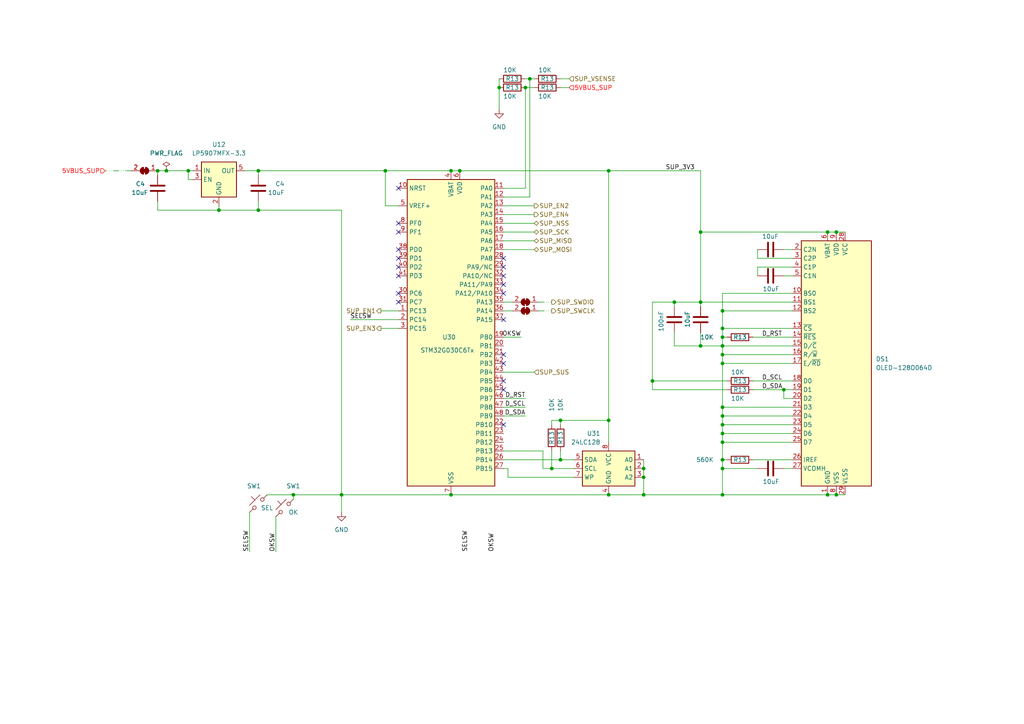
<source format=kicad_sch>
(kicad_sch (version 20230121) (generator eeschema)
  (paper "A4")
  (title_block (title "UniDebug - Unified Embedded Debug & Proto") (date "2023-12-25") (rev "R0V1") (company "Shreyas K (https://github.com/shreyask21)") (comment 1 "https://github.com/shreyask21/UniDebug") (comment 2 "Licence: CC BY-NC-SA 4.0"))
  (lib_symbols
    (symbol "Device:C" (pin_numbers hide) (pin_names (offset 0.254))
      (property "Reference" "C" (at 0.635 2.54 0))
      (property "Value" "C" (at 0.635 -2.54 0))
      (symbol "C_0_1"
        (polyline (pts (xy -2.032 -0.762) (xy 2.032 -0.762)) (stroke (width 0.508)))
        (polyline (pts (xy -2.032 0.762) (xy 2.032 0.762)) (stroke (width 0.508)))
      )
      (symbol "C_1_1"
        (pin passive line (at 0 3.81 270) (length 2.794) (name "~") (number "1"))
        (pin passive line (at 0 -3.81 90) (length 2.794) (name "~") (number "2"))
      )
    )
    (symbol "Device:R" (pin_numbers hide) (pin_names (offset 0))
      (property "Reference" "R" (at 2.032 0 90))
      (property "Value" "R" (at 0 0 90))
      (symbol "R_0_1"
        (rectangle (start -1.016 -2.54) (end 1.016 2.54) (stroke (width 0.254)))
      )
      (symbol "R_1_1"
        (pin passive line (at 0 3.81 270) (length 1.27) (name "~") (number "1"))
        (pin passive line (at 0 -3.81 90) (length 1.27) (name "~") (number "2"))
      )
    )
    (symbol "Display_Graphic:OLED-128O064D"
      (property "Reference" "DS" (at -10.16 38.1 0))
      (property "Value" "OLED-128O064D" (at 12.7 38.1 0))
      (symbol "OLED-128O064D_0_1"
        (rectangle (start -10.16 35.56) (end 10.16 -35.56) (stroke (width 0.254)) (fill (type background)))
      )
      (symbol "OLED-128O064D_1_1"
        (pin power_in line (at -2.54 -38.1 90) (length 2.54) (name "GND") (number "1"))
        (pin input line (at -12.7 20.32 0) (length 2.54) (name "BS0") (number "10"))
        (pin input line (at -12.7 17.78 0) (length 2.54) (name "BS1") (number "11"))
        (pin input line (at -12.7 15.24 0) (length 2.54) (name "BS2") (number "12"))
        (pin input line (at -12.7 10.16 0) (length 2.54) (name "~{CS}") (number "13"))
        (pin input line (at -12.7 7.62 0) (length 2.54) (name "~{RES}") (number "14"))
        (pin input line (at -12.7 5.08 0) (length 2.54) (name "D/~{C}") (number "15"))
        (pin input line (at -12.7 2.54 0) (length 2.54) (name "R/~{W}") (number "16"))
        (pin input line (at -12.7 0 0) (length 2.54) (name "E/~{RD}") (number "17"))
        (pin bidirectional line (at -12.7 -5.08 0) (length 2.54) (name "D0") (number "18"))
        (pin bidirectional line (at -12.7 -7.62 0) (length 2.54) (name "D1") (number "19"))
        (pin passive line (at -12.7 33.02 0) (length 2.54) (name "C2N") (number "2"))
        (pin bidirectional line (at -12.7 -10.16 0) (length 2.54) (name "D2") (number "20"))
        (pin bidirectional line (at -12.7 -12.7 0) (length 2.54) (name "D3") (number "21"))
        (pin bidirectional line (at -12.7 -15.24 0) (length 2.54) (name "D4") (number "22"))
        (pin bidirectional line (at -12.7 -17.78 0) (length 2.54) (name "D5") (number "23"))
        (pin bidirectional line (at -12.7 -20.32 0) (length 2.54) (name "D6") (number "24"))
        (pin bidirectional line (at -12.7 -22.86 0) (length 2.54) (name "D7") (number "25"))
        (pin passive line (at -12.7 -27.94 0) (length 2.54) (name "IREF") (number "26"))
        (pin passive line (at -12.7 -30.48 0) (length 2.54) (name "VCOMH") (number "27"))
        (pin power_in line (at 2.54 38.1 270) (length 2.54) (name "VCC") (number "28"))
        (pin power_in line (at 2.54 -38.1 90) (length 2.54) (name "VLSS") (number "29"))
        (pin passive line (at -12.7 30.48 0) (length 2.54) (name "C2P") (number "3"))
        (pin passive line (at -2.54 -38.1 90) (length 2.54) hide (name "GND") (number "30"))
        (pin passive line (at -12.7 27.94 0) (length 2.54) (name "C1P") (number "4"))
        (pin passive line (at -12.7 25.4 0) (length 2.54) (name "C1N") (number "5"))
        (pin power_in line (at -2.54 38.1 270) (length 2.54) (name "VBAT") (number "6"))
        (pin no_connect line (at 10.16 0 180) (length 2.54) hide (name "NC") (number "7"))
        (pin power_in line (at 0 -38.1 90) (length 2.54) (name "VSS") (number "8"))
        (pin power_in line (at 0 38.1 270) (length 2.54) (name "VDD") (number "9"))
      )
    )
    (symbol "Jumper:SolderJumper_2_Bridged" (pin_names (offset 0) hide)
      (property "Reference" "JP" (at 0 2.032 0))
      (property "Value" "SolderJumper_2_Bridged" (at 0 -2.54 0))
      (symbol "SolderJumper_2_Bridged_0_1"
        (rectangle (start -0.508 0.508) (end 0.508 -0.508) (fill (type outline)))
        (arc (start -0.254 1.016) (mid -1.2656 0) (end -0.254 -1.016))
        (arc (start -0.254 1.016) (mid -1.2656 0) (end -0.254 -1.016) (fill (type outline)))
        (polyline (pts (xy -0.254 1.016) (xy -0.254 -1.016)))
        (polyline (pts (xy 0.254 1.016) (xy 0.254 -1.016)))
        (arc (start 0.254 -1.016) (mid 1.2656 0) (end 0.254 1.016))
        (arc (start 0.254 -1.016) (mid 1.2656 0) (end 0.254 1.016) (fill (type outline)))
      )
      (symbol "SolderJumper_2_Bridged_1_1"
        (pin passive line (at -3.81 0 0) (length 2.54) (name "A") (number "1"))
        (pin passive line (at 3.81 0 180) (length 2.54) (name "B") (number "2"))
      )
    )
    (symbol "MCU_ST_STM32G0:STM32G030C6Tx"
      (property "Reference" "U" (at -12.7 46.99 0))
      (property "Value" "STM32G030C6Tx" (at 5.08 46.99 0))
      (symbol "STM32G030C6Tx_0_1"
        (rectangle (start -12.7 -43.18) (end 12.7 45.72) (stroke (width 0.254)) (fill (type background)))
      )
      (symbol "STM32G030C6Tx_1_1"
        (pin bidirectional line (at -15.24 7.62 0) (length 2.54) (name "PC13") (number "1"))
        (pin input line (at -15.24 43.18 0) (length 2.54) (name "NRST") (number "10"))
        (pin bidirectional line (at 15.24 43.18 180) (length 2.54) (name "PA0") (number "11"))
        (pin bidirectional line (at 15.24 40.64 180) (length 2.54) (name "PA1") (number "12"))
        (pin bidirectional line (at 15.24 38.1 180) (length 2.54) (name "PA2") (number "13"))
        (pin bidirectional line (at 15.24 35.56 180) (length 2.54) (name "PA3") (number "14"))
        (pin bidirectional line (at 15.24 33.02 180) (length 2.54) (name "PA4") (number "15"))
        (pin bidirectional line (at 15.24 30.48 180) (length 2.54) (name "PA5") (number "16"))
        (pin bidirectional line (at 15.24 27.94 180) (length 2.54) (name "PA6") (number "17"))
        (pin bidirectional line (at 15.24 25.4 180) (length 2.54) (name "PA7") (number "18"))
        (pin bidirectional line (at 15.24 0 180) (length 2.54) (name "PB0") (number "19"))
        (pin bidirectional line (at -15.24 5.08 0) (length 2.54) (name "PC14") (number "2"))
        (pin bidirectional line (at 15.24 -2.54 180) (length 2.54) (name "PB1") (number "20"))
        (pin bidirectional line (at 15.24 -5.08 180) (length 2.54) (name "PB2") (number "21"))
        (pin bidirectional line (at 15.24 -25.4 180) (length 2.54) (name "PB10") (number "22"))
        (pin bidirectional line (at 15.24 -27.94 180) (length 2.54) (name "PB11") (number "23"))
        (pin bidirectional line (at 15.24 -30.48 180) (length 2.54) (name "PB12") (number "24"))
        (pin bidirectional line (at 15.24 -33.02 180) (length 2.54) (name "PB13") (number "25"))
        (pin bidirectional line (at 15.24 -35.56 180) (length 2.54) (name "PB14") (number "26"))
        (pin bidirectional line (at 15.24 -38.1 180) (length 2.54) (name "PB15") (number "27"))
        (pin bidirectional line (at 15.24 22.86 180) (length 2.54) (name "PA8") (number "28"))
        (pin bidirectional line (at 15.24 20.32 180) (length 2.54) (name "PA9/NC") (number "29"))
        (pin bidirectional line (at -15.24 2.54 0) (length 2.54) (name "PC15") (number "3"))
        (pin bidirectional line (at -15.24 12.7 0) (length 2.54) (name "PC6") (number "30"))
        (pin bidirectional line (at -15.24 10.16 0) (length 2.54) (name "PC7") (number "31"))
        (pin bidirectional line (at 15.24 17.78 180) (length 2.54) (name "PA10/NC") (number "32"))
        (pin bidirectional line (at 15.24 15.24 180) (length 2.54) (name "PA11/PA9") (number "33"))
        (pin bidirectional line (at 15.24 12.7 180) (length 2.54) (name "PA12/PA10") (number "34"))
        (pin bidirectional line (at 15.24 10.16 180) (length 2.54) (name "PA13") (number "35"))
        (pin bidirectional line (at 15.24 7.62 180) (length 2.54) (name "PA14") (number "36"))
        (pin bidirectional line (at 15.24 5.08 180) (length 2.54) (name "PA15") (number "37"))
        (pin bidirectional line (at -15.24 25.4 0) (length 2.54) (name "PD0") (number "38"))
        (pin bidirectional line (at -15.24 22.86 0) (length 2.54) (name "PD1") (number "39"))
        (pin power_in line (at 0 48.26 270) (length 2.54) (name "VBAT") (number "4"))
        (pin bidirectional line (at -15.24 20.32 0) (length 2.54) (name "PD2") (number "40"))
        (pin bidirectional line (at -15.24 17.78 0) (length 2.54) (name "PD3") (number "41"))
        (pin bidirectional line (at 15.24 -7.62 180) (length 2.54) (name "PB3") (number "42"))
        (pin bidirectional line (at 15.24 -10.16 180) (length 2.54) (name "PB4") (number "43"))
        (pin bidirectional line (at 15.24 -12.7 180) (length 2.54) (name "PB5") (number "44"))
        (pin bidirectional line (at 15.24 -15.24 180) (length 2.54) (name "PB6") (number "45"))
        (pin bidirectional line (at 15.24 -17.78 180) (length 2.54) (name "PB7") (number "46"))
        (pin bidirectional line (at 15.24 -20.32 180) (length 2.54) (name "PB8") (number "47"))
        (pin bidirectional line (at 15.24 -22.86 180) (length 2.54) (name "PB9") (number "48"))
        (pin input line (at -15.24 38.1 0) (length 2.54) (name "VREF+") (number "5"))
        (pin power_in line (at 2.54 48.26 270) (length 2.54) (name "VDD") (number "6"))
        (pin power_in line (at 0 -45.72 90) (length 2.54) (name "VSS") (number "7"))
        (pin bidirectional line (at -15.24 33.02 0) (length 2.54) (name "PF0") (number "8"))
        (pin bidirectional line (at -15.24 30.48 0) (length 2.54) (name "PF1") (number "9"))
      )
    )
    (symbol "Memory_EEPROM:24LC128"
      (property "Reference" "U" (at -6.35 6.35 0))
      (property "Value" "24LC128" (at 1.27 6.35 0))
      (symbol "24LC128_1_1"
        (rectangle (start -7.62 5.08) (end 7.62 -5.08) (stroke (width 0.254)) (fill (type background)))
        (pin input line (at -10.16 2.54 0) (length 2.54) (name "A0") (number "1"))
        (pin input line (at -10.16 0 0) (length 2.54) (name "A1") (number "2"))
        (pin input line (at -10.16 -2.54 0) (length 2.54) (name "A2") (number "3"))
        (pin power_in line (at 0 -7.62 90) (length 2.54) (name "GND") (number "4"))
        (pin bidirectional line (at 10.16 2.54 180) (length 2.54) (name "SDA") (number "5"))
        (pin input line (at 10.16 0 180) (length 2.54) (name "SCL") (number "6"))
        (pin input line (at 10.16 -2.54 180) (length 2.54) (name "WP") (number "7"))
        (pin power_in line (at 0 7.62 270) (length 2.54) (name "VCC") (number "8"))
      )
    )
    (symbol "Regulator_Linear:LP5907MFX-3.3"
      (property "Reference" "U" (at -3.81 6.35 0))
      (property "Value" "LP5907MFX-3.3" (at 6.35 6.35 0))
      (symbol "LP5907MFX-3.3_0_1"
        (rectangle (start -5.08 -5.08) (end 5.08 5.08) (stroke (width 0.254)) (fill (type background)))
        (pin power_in line (at -7.62 2.54 0) (length 2.54) (name "IN") (number "1"))
        (pin power_in line (at 0 -7.62 90) (length 2.54) (name "GND") (number "2"))
        (pin input line (at -7.62 0 0) (length 2.54) (name "EN") (number "3"))
        (pin no_connect line (at 5.08 0 180) (length 2.54) hide (name "NC") (number "4"))
        (pin power_out line (at 7.62 2.54 180) (length 2.54) (name "OUT") (number "5"))
      )
    )
    (symbol "Switch:SW_Push_45deg" (pin_numbers hide) (pin_names (offset 1.016) hide)
      (property "Reference" "SW" (at 3.048 1.016 0))
      (property "Value" "SW_Push_45deg" (at 0 -3.81 0))
      (symbol "SW_Push_45deg_0_1"
        (circle (center -1.1684 1.1684) (radius 0.508))
        (polyline (pts (xy -0.508 2.54) (xy 2.54 -0.508)))
        (polyline (pts (xy 1.016 1.016) (xy 2.032 2.032)))
        (polyline (pts (xy -2.54 2.54) (xy -1.524 1.524) (xy -1.524 1.524)))
        (polyline (pts (xy 1.524 -1.524) (xy 2.54 -2.54) (xy 2.54 -2.54) (xy 2.54 -2.54)))
        (circle (center 1.143 -1.1938) (radius 0.508))
        (pin passive line (at -2.54 2.54 0) (length 0) (name "1") (number "1"))
        (pin passive line (at 2.54 -2.54 180) (length 0) (name "2") (number "2"))
      )
    )
    (symbol "power:GND" (power) (pin_names (offset 0))
      (property "Value" "GND" (at 0 -3.81 0))
      (symbol "GND_0_1"
        (polyline (pts (xy 0 0) (xy 0 -1.27) (xy 1.27 -1.27) (xy 0 -2.54) (xy -1.27 -1.27) (xy 0 -1.27)))
      )
      (symbol "GND_1_1"
        (pin power_in line (at 0 0 270) (length 0) hide (name "GND") (number "1"))
      )
    )
    (symbol "power:PWR_FLAG" (power) (pin_numbers hide) (pin_names (offset 0) hide)
      (property "Value" "PWR_FLAG" (at 0 3.81 0))
      (symbol "PWR_FLAG_0_0"
        (pin power_out line (at 0 0 90) (length 0) (name "pwr") (number "1"))
      )
      (symbol "PWR_FLAG_0_1"
        (polyline (pts (xy 0 0) (xy 0 1.27) (xy -1.016 1.905) (xy 0 2.54) (xy 1.016 1.905) (xy 0 1.27)))
      )
    )
  )
  (junction (at 209.55 97.79))
  (junction (at 227.33 113.03))
  (junction (at 209.55 133.35))
  (junction (at 130.81 143.51))
  (junction (at 45.72 49.53))
  (junction (at 203.2 87.63))
  (junction (at 130.81 49.53))
  (junction (at 209.55 100.33))
  (junction (at 209.55 102.87))
  (junction (at 186.69 143.51))
  (junction (at 133.35 49.53))
  (junction (at 209.55 118.11))
  (junction (at 54.61 49.53))
  (junction (at 160.02 135.89))
  (junction (at 63.5 60.96))
  (junction (at 189.23 110.49))
  (junction (at 99.06 143.51))
  (junction (at 209.55 143.51))
  (junction (at 209.55 95.25))
  (junction (at 153.67 22.86))
  (junction (at 209.55 135.89))
  (junction (at 240.03 143.51))
  (junction (at 186.69 138.43))
  (junction (at 242.57 67.31))
  (junction (at 74.93 49.53))
  (junction (at 74.93 60.96))
  (junction (at 48.26 49.53))
  (junction (at 111.76 49.53))
  (junction (at 209.55 105.41))
  (junction (at 209.55 123.19))
  (junction (at 209.55 90.17))
  (junction (at 152.4 25.4))
  (junction (at 203.2 67.31))
  (junction (at 209.55 125.73))
  (junction (at 144.78 25.4))
  (junction (at 209.55 120.65))
  (junction (at 209.55 128.27))
  (junction (at 176.53 121.92))
  (junction (at 85.09 143.51))
  (junction (at 162.56 133.35))
  (junction (at 176.53 143.51))
  (junction (at 195.58 87.63))
  (junction (at 186.69 135.89))
  (junction (at 203.2 100.33))
  (junction (at 176.53 49.53))
  (junction (at 240.03 67.31))
  (junction (at 162.56 121.92))
  (junction (at 242.57 143.51))
  (no_connect (at 146.05 123.19))
  (no_connect (at 146.05 82.55))
  (no_connect (at 115.57 80.01))
  (no_connect (at 115.57 64.77))
  (no_connect (at 146.05 85.09))
  (no_connect (at 146.05 92.71))
  (no_connect (at 146.05 105.41))
  (no_connect (at 115.57 74.93))
  (no_connect (at 115.57 85.09))
  (no_connect (at 146.05 74.93))
  (no_connect (at 115.57 77.47))
  (no_connect (at 146.05 113.03))
  (no_connect (at 115.57 54.61))
  (no_connect (at 115.57 67.31))
  (no_connect (at 146.05 110.49))
  (no_connect (at 115.57 87.63))
  (no_connect (at 146.05 80.01))
  (no_connect (at 146.05 77.47))
  (no_connect (at 115.57 72.39))
  (no_connect (at 146.05 102.87))
  (wire (pts (xy 152.4 54.61) (xy 152.4 25.4)))
  (wire (pts (xy 146.05 54.61) (xy 152.4 54.61)))
  (wire (pts (xy 146.05 97.79) (xy 151.13 97.79)))
  (wire (pts (xy 242.57 67.31) (xy 245.11 67.31)))
  (wire (pts (xy 146.05 120.65) (xy 152.4 120.65)))
  (wire (pts (xy 166.37 135.89) (xy 160.02 135.89)))
  (wire (pts (xy 54.61 49.53) (xy 55.88 49.53)))
  (wire (pts (xy 166.37 138.43) (xy 147.32 138.43)))
  (wire (pts (xy 209.55 135.89) (xy 219.71 135.89)))
  (wire (pts (xy 148.59 90.17) (xy 146.05 90.17)))
  (wire (pts (xy 45.72 50.8) (xy 45.72 49.53)))
  (wire (pts (xy 218.44 97.79) (xy 229.87 97.79)))
  (wire (pts (xy 115.57 59.69) (xy 111.76 59.69)))
  (wire (pts (xy 209.55 123.19) (xy 209.55 120.65)))
  (wire (pts (xy 219.71 74.93) (xy 219.71 72.39)))
  (wire (pts (xy 111.76 49.53) (xy 130.81 49.53)))
  (wire (pts (xy 156.21 87.63) (xy 160.02 87.63)) (stroke (width 0) (type dash_dot_dot)))
  (wire (pts (xy 146.05 62.23) (xy 154.94 62.23)))
  (wire (pts (xy 72.39 148.59) (xy 72.39 160.02)))
  (wire (pts (xy 203.2 67.31) (xy 240.03 67.31)))
  (wire (pts (xy 209.55 97.79) (xy 210.82 97.79)))
  (wire (pts (xy 162.56 123.19) (xy 162.56 121.92)))
  (wire (pts (xy 209.55 125.73) (xy 229.87 125.73)))
  (wire (pts (xy 219.71 77.47) (xy 229.87 77.47)))
  (wire (pts (xy 209.55 95.25) (xy 229.87 95.25)))
  (wire (pts (xy 74.93 50.8) (xy 74.93 49.53)))
  (wire (pts (xy 186.69 143.51) (xy 209.55 143.51)))
  (wire (pts (xy 130.81 143.51) (xy 176.53 143.51)))
  (wire (pts (xy 146.05 67.31) (xy 154.94 67.31)))
  (wire (pts (xy 147.32 135.89) (xy 146.05 135.89)))
  (wire (pts (xy 195.58 88.9) (xy 195.58 87.63)))
  (wire (pts (xy 203.2 67.31) (xy 203.2 49.53)))
  (wire (pts (xy 218.44 133.35) (xy 229.87 133.35)))
  (wire (pts (xy 146.05 72.39) (xy 154.94 72.39)))
  (wire (pts (xy 242.57 143.51) (xy 245.11 143.51)))
  (wire (pts (xy 229.87 115.57) (xy 227.33 115.57)))
  (wire (pts (xy 189.23 113.03) (xy 189.23 110.49)))
  (wire (pts (xy 144.78 25.4) (xy 144.78 31.75)))
  (wire (pts (xy 99.06 143.51) (xy 99.06 148.59)))
  (wire (pts (xy 227.33 72.39) (xy 229.87 72.39)))
  (wire (pts (xy 162.56 25.4) (xy 165.1 25.4)))
  (wire (pts (xy 209.55 90.17) (xy 209.55 95.25)))
  (wire (pts (xy 203.2 100.33) (xy 203.2 96.52)))
  (wire (pts (xy 210.82 133.35) (xy 209.55 133.35)))
  (wire (pts (xy 74.93 49.53) (xy 71.12 49.53)))
  (wire (pts (xy 209.55 100.33) (xy 203.2 100.33)))
  (wire (pts (xy 160.02 121.92) (xy 162.56 121.92)))
  (wire (pts (xy 209.55 125.73) (xy 209.55 123.19)))
  (wire (pts (xy 209.55 120.65) (xy 229.87 120.65)))
  (wire (pts (xy 146.05 107.95) (xy 154.94 107.95)))
  (wire (pts (xy 146.05 64.77) (xy 154.94 64.77)))
  (wire (pts (xy 80.01 149.86) (xy 80.01 160.02)))
  (wire (pts (xy 152.4 22.86) (xy 153.67 22.86)))
  (wire (pts (xy 176.53 49.53) (xy 203.2 49.53)))
  (wire (pts (xy 209.55 120.65) (xy 209.55 118.11)))
  (wire (pts (xy 218.44 110.49) (xy 229.87 110.49)))
  (wire (pts (xy 74.93 58.42) (xy 74.93 60.96)))
  (wire (pts (xy 157.48 135.89) (xy 157.48 130.81)))
  (wire (pts (xy 227.33 115.57) (xy 227.33 113.03)))
  (wire (pts (xy 210.82 113.03) (xy 189.23 113.03)))
  (wire (pts (xy 146.05 69.85) (xy 154.94 69.85)))
  (wire (pts (xy 186.69 135.89) (xy 186.69 138.43)))
  (wire (pts (xy 133.35 49.53) (xy 176.53 49.53)))
  (wire (pts (xy 63.5 60.96) (xy 63.5 59.69)))
  (wire (pts (xy 38.1 49.53) (xy 30.48 49.53)) (stroke (width 0) (type dash_dot_dot)))
  (wire (pts (xy 74.93 60.96) (xy 63.5 60.96)))
  (wire (pts (xy 85.09 143.51) (xy 85.09 144.78)))
  (wire (pts (xy 48.26 49.53) (xy 54.61 49.53)))
  (wire (pts (xy 189.23 110.49) (xy 189.23 87.63)))
  (wire (pts (xy 85.09 143.51) (xy 99.06 143.51)))
  (wire (pts (xy 115.57 90.17) (xy 110.49 90.17)))
  (wire (pts (xy 146.05 133.35) (xy 162.56 133.35)))
  (wire (pts (xy 162.56 130.81) (xy 162.56 133.35)))
  (wire (pts (xy 227.33 80.01) (xy 229.87 80.01)))
  (wire (pts (xy 209.55 133.35) (xy 209.55 135.89)))
  (wire (pts (xy 227.33 113.03) (xy 229.87 113.03)))
  (wire (pts (xy 101.6 92.71) (xy 115.57 92.71)))
  (wire (pts (xy 203.2 67.31) (xy 203.2 87.63)))
  (wire (pts (xy 115.57 95.25) (xy 110.49 95.25)))
  (wire (pts (xy 146.05 57.15) (xy 153.67 57.15)))
  (wire (pts (xy 209.55 105.41) (xy 209.55 118.11)))
  (wire (pts (xy 219.71 80.01) (xy 219.71 77.47)))
  (wire (pts (xy 203.2 88.9) (xy 203.2 87.63)))
  (wire (pts (xy 153.67 22.86) (xy 154.94 22.86)))
  (wire (pts (xy 209.55 128.27) (xy 209.55 133.35)))
  (wire (pts (xy 209.55 128.27) (xy 209.55 125.73)))
  (wire (pts (xy 176.53 49.53) (xy 176.53 121.92)))
  (wire (pts (xy 227.33 135.89) (xy 229.87 135.89)))
  (wire (pts (xy 54.61 52.07) (xy 54.61 49.53)))
  (wire (pts (xy 218.44 113.03) (xy 227.33 113.03)))
  (wire (pts (xy 229.87 105.41) (xy 209.55 105.41)))
  (wire (pts (xy 209.55 135.89) (xy 209.55 143.51)))
  (wire (pts (xy 229.87 90.17) (xy 209.55 90.17)))
  (wire (pts (xy 203.2 87.63) (xy 229.87 87.63)))
  (wire (pts (xy 147.32 138.43) (xy 147.32 135.89)))
  (wire (pts (xy 77.47 143.51) (xy 85.09 143.51)))
  (wire (pts (xy 209.55 118.11) (xy 229.87 118.11)))
  (wire (pts (xy 45.72 49.53) (xy 48.26 49.53)))
  (wire (pts (xy 54.61 52.07) (xy 55.88 52.07)))
  (wire (pts (xy 160.02 130.81) (xy 160.02 135.89)))
  (wire (pts (xy 45.72 58.42) (xy 45.72 60.96)))
  (wire (pts (xy 209.55 90.17) (xy 209.55 85.09)))
  (wire (pts (xy 186.69 138.43) (xy 186.69 143.51)))
  (wire (pts (xy 240.03 67.31) (xy 242.57 67.31)))
  (wire (pts (xy 189.23 87.63) (xy 195.58 87.63)))
  (wire (pts (xy 160.02 135.89) (xy 157.48 135.89)))
  (wire (pts (xy 229.87 100.33) (xy 209.55 100.33)))
  (wire (pts (xy 195.58 87.63) (xy 203.2 87.63)))
  (wire (pts (xy 99.06 143.51) (xy 130.81 143.51)))
  (wire (pts (xy 74.93 49.53) (xy 111.76 49.53)))
  (wire (pts (xy 186.69 133.35) (xy 186.69 135.89)))
  (wire (pts (xy 229.87 128.27) (xy 209.55 128.27)))
  (wire (pts (xy 195.58 100.33) (xy 195.58 96.52)))
  (wire (pts (xy 148.59 87.63) (xy 146.05 87.63)))
  (wire (pts (xy 240.03 143.51) (xy 242.57 143.51)))
  (wire (pts (xy 45.72 60.96) (xy 63.5 60.96)))
  (wire (pts (xy 210.82 110.49) (xy 189.23 110.49)))
  (wire (pts (xy 111.76 59.69) (xy 111.76 49.53)))
  (wire (pts (xy 144.78 22.86) (xy 144.78 25.4)))
  (wire (pts (xy 209.55 100.33) (xy 209.55 97.79)))
  (wire (pts (xy 146.05 59.69) (xy 154.94 59.69)))
  (wire (pts (xy 160.02 123.19) (xy 160.02 121.92)))
  (wire (pts (xy 74.93 60.96) (xy 99.06 60.96)))
  (wire (pts (xy 153.67 57.15) (xy 153.67 22.86)))
  (wire (pts (xy 209.55 85.09) (xy 229.87 85.09)))
  (wire (pts (xy 152.4 25.4) (xy 154.94 25.4)))
  (wire (pts (xy 176.53 121.92) (xy 176.53 128.27)))
  (wire (pts (xy 162.56 133.35) (xy 166.37 133.35)))
  (wire (pts (xy 209.55 123.19) (xy 229.87 123.19)))
  (wire (pts (xy 162.56 121.92) (xy 176.53 121.92)))
  (wire (pts (xy 146.05 118.11) (xy 152.4 118.11)))
  (wire (pts (xy 99.06 60.96) (xy 99.06 143.51)))
  (wire (pts (xy 146.05 115.57) (xy 152.4 115.57)))
  (wire (pts (xy 195.58 100.33) (xy 203.2 100.33)))
  (wire (pts (xy 209.55 97.79) (xy 209.55 95.25)))
  (wire (pts (xy 176.53 143.51) (xy 186.69 143.51)))
  (wire (pts (xy 156.21 90.17) (xy 160.02 90.17)) (stroke (width 0) (type dash_dot_dot)))
  (wire (pts (xy 209.55 143.51) (xy 240.03 143.51)))
  (wire (pts (xy 209.55 102.87) (xy 229.87 102.87)))
  (wire (pts (xy 209.55 102.87) (xy 209.55 100.33)))
  (wire (pts (xy 157.48 130.81) (xy 146.05 130.81)))
  (wire (pts (xy 209.55 105.41) (xy 209.55 102.87)))
  (wire (pts (xy 229.87 74.93) (xy 219.71 74.93)))
  (wire (pts (xy 162.56 22.86) (xy 165.1 22.86)))
  (wire (pts (xy 130.81 49.53) (xy 133.35 49.53)))
  (label "D_SCL" (at 152.4 118.11 180))
  (label "OKSW" (at 80.01 160.02 90))
  (label "OKSW" (at 143.51 160.02 90))
  (label "OKSW" (at 151.13 97.79 180))
  (label "D_RST" (at 152.4 115.57 180))
  (label "D_SDA" (at 152.4 120.65 180))
  (label "D_SCL" (at 220.98 110.49 0))
  (label "SELSW" (at 72.39 160.02 90))
  (label "D_RST" (at 220.98 97.79 0))
  (label "SUP_3V3" (at 193.04 49.53 0))
  (label "SELSW" (at 101.6 92.71 0))
  (label "D_SDA" (at 220.98 113.03 0))
  (label "SELSW" (at 135.89 160.02 90))
  (hierarchical_label "SUP_SCK" (shape bidirectional) (at 154.94 67.31 0))
  (hierarchical_label "5VBUS_SUP" (shape input) (at 30.48 49.53 180))
  (hierarchical_label "SUP_NSS" (shape bidirectional) (at 154.94 64.77 0))
  (hierarchical_label "5VBUS_SUP" (shape input) (at 165.1 25.4 0))
  (hierarchical_label "SUP_EN4" (shape output) (at 154.94 62.23 0))
  (hierarchical_label "SUP_SWCLK" (shape output) (at 160.02 90.17 0))
  (hierarchical_label "SUP_MOSI" (shape bidirectional) (at 154.94 72.39 0))
  (hierarchical_label "SUP_EN3" (shape output) (at 110.49 95.25 180))
  (hierarchical_label "SUP_SUS" (shape input) (at 154.94 107.95 0))
  (hierarchical_label "SUP_EN1" (shape output) (at 110.49 90.17 180))
  (hierarchical_label "SUP_MISO" (shape bidirectional) (at 154.94 69.85 0))
  (hierarchical_label "SUP_EN2" (shape output) (at 154.94 59.69 0))
  (hierarchical_label "SUP_SWDIO" (shape output) (at 160.02 87.63 0))
  (hierarchical_label "SUP_VSENSE" (shape input) (at 165.1 22.86 0))
  (symbol (lib_id "Device:C") (at 45.72 54.61 0) (unit 1)
    (property "Reference" "C4" (at 39.37 53.34 0) (effects (justify left)))
    (property "Value" "10uF" (at 38.1 55.88 0) (effects (justify left)))
    (property "Footprint" "Capacitor_SMD:C_0805_2012Metric_Pad1.18x1.45mm_HandSolder" (effects hide))
    (instances (project "Custom_BMP" (path "" (reference "C4") (unit 1)) (path "" (reference "C22") (unit 1)) (path "" (reference "C33") (unit 1)) (path "" (reference "C83") (unit 1))))
  )
  (symbol (lib_id "Jumper:SolderJumper_2_Bridged") (at 41.91 49.53 180) (unit 1)
    (property "Reference" "JP5" (effects hide))
    (property "Value" "SolderJumper_2_Bridged" (effects hide))
    (property "Footprint" "Jumper:SolderJumper-2_P1.3mm_Open_RoundedPad1.0x1.5mm" (effects hide))
    (instances (project "Custom_BMP" (path "" (reference "JP5") (unit 1)) (path "" (reference "JP11") (unit 1)) (path "" (reference "JP12") (unit 1)) (path "" (reference "JP12") (unit 1))))
  )
  (symbol (lib_id "Device:R") (at 214.63 97.79 90) (unit 1)
    (property "Reference" "R13" (at 214.63 97.79 90))
    (property "Value" "10K" (at 207.01 97.79 90) (effects (justify left)))
    (property "Footprint" "Resistor_SMD:R_0805_2012Metric_Pad1.20x1.40mm_HandSolder" (effects hide))
    (instances (project "Custom_BMP" (path "" (reference "R13") (unit 1)) (path "" (reference "R46") (unit 1)) (path "" (reference "R56") (unit 1)) (path "" (reference "R67") (unit 1)) (path "" (reference "R88") (unit 1))))
  )
  (symbol (lib_id "Memory_EEPROM:24LC128") (at 176.53 135.89 0) (mirror y) (unit 1)
    (property "Reference" "U31" (at 174.1669 125.73 0) (effects (justify left)))
    (property "Value" "24LC128" (at 174.1669 128.27 0) (effects (justify left)))
    (property "Footprint" "Package_SO:SOIC-8_3.9x4.9mm_P1.27mm" (effects hide))
    (property "Datasheet" "http://ww1.microchip.com/downloads/en/DeviceDoc/21191s.pdf" (effects hide))
  )
  (symbol (lib_id "Device:C") (at 74.93 54.61 0) (mirror y) (unit 1)
    (property "Reference" "C4" (at 82.55 53.34 0) (effects (justify left)))
    (property "Value" "10uF" (at 82.55 55.88 0) (effects (justify left)))
    (property "Footprint" "Capacitor_SMD:C_0805_2012Metric_Pad1.18x1.45mm_HandSolder" (effects hide))
    (instances (project "Custom_BMP" (path "" (reference "C4") (unit 1)) (path "" (reference "C21") (unit 1)) (path "" (reference "C31") (unit 1)) (path "" (reference "C82") (unit 1))))
  )
  (symbol (lib_id "power:PWR_FLAG") (at 48.26 49.53 0) (unit 1)
    (property "Reference" "#FLG09" (effects hide))
    (property "Value" "PWR_FLAG" (at 48.26 44.45 0))
  )
  (symbol (lib_id "Jumper:SolderJumper_2_Bridged") (at 152.4 87.63 180) (unit 1)
    (property "Reference" "JP5" (effects hide))
    (property "Value" "SolderJumper_2_Bridged" (effects hide))
    (property "Footprint" "Jumper:SolderJumper-2_P1.3mm_Open_RoundedPad1.0x1.5mm" (effects hide))
    (instances (project "Custom_BMP" (path "" (reference "JP5") (unit 1)) (path "" (reference "JP1") (unit 1)) (path "" (reference "JP11") (unit 1)) (path "" (reference "JP13") (unit 1))))
  )
  (symbol (lib_id "Display_Graphic:OLED-128O064D") (at 242.57 105.41 0) (unit 1)
    (property "Reference" "DS1" (at 254 104.14 0) (effects (justify left)))
    (property "Value" "OLED-128O064D" (at 254 106.68 0) (effects (justify left)))
    (property "Footprint" "Display:OLED-128O064D" (effects hide))
    (property "Datasheet" "https://www.vishay.com/docs/37902/oled128o064dbpp3n00000.pdf" (effects hide))
  )
  (symbol (lib_id "Device:R") (at 148.59 25.4 90) (unit 1)
    (property "Reference" "R13" (at 148.59 25.4 90))
    (property "Value" "10K" (at 149.86 27.94 90) (effects (justify left)))
    (property "Footprint" "Resistor_SMD:R_0805_2012Metric_Pad1.20x1.40mm_HandSolder" (effects hide))
    (instances (project "Custom_BMP" (path "" (reference "R13") (unit 1)) (path "" (reference "R46") (unit 1)) (path "" (reference "R56") (unit 1)) (path "" (reference "R67") (unit 1)) (path "" (reference "R18") (unit 1))))
  )
  (symbol (lib_id "power:GND") (at 144.78 31.75 0) (unit 1)
    (property "Reference" "#PWR022" (effects hide))
    (property "Value" "GND" (at 144.78 36.83 0))
  )
  (symbol (lib_id "Regulator_Linear:LP5907MFX-3.3") (at 63.5 52.07 0) (unit 1)
    (property "Reference" "U12" (at 63.5 41.91 0))
    (property "Value" "LP5907MFX-3.3" (at 63.5 44.45 0))
    (property "Footprint" "Package_TO_SOT_SMD:SOT-23-5" (effects hide))
    (property "Datasheet" "http://www.ti.com/lit/ds/symlink/lp5907.pdf" (effects hide))
    (instances (project "Custom_BMP" (path "" (reference "U12") (unit 1)) (path "" (reference "U16") (unit 1)) (path "" (reference "U32") (unit 1))))
  )
  (symbol (lib_id "Device:R") (at 214.63 110.49 90) (unit 1)
    (property "Reference" "R13" (at 214.63 110.49 90))
    (property "Value" "10K" (at 215.9 107.95 90) (effects (justify left)))
    (property "Footprint" "Resistor_SMD:R_0805_2012Metric_Pad1.20x1.40mm_HandSolder" (effects hide))
    (instances (project "Custom_BMP" (path "" (reference "R13") (unit 1)) (path "" (reference "R46") (unit 1)) (path "" (reference "R56") (unit 1)) (path "" (reference "R67") (unit 1)) (path "" (reference "R89") (unit 1))))
  )
  (symbol (lib_id "Device:C") (at 223.52 72.39 270) (unit 1)
    (property "Reference" "C5" (effects hide))
    (property "Value" "10uF" (at 220.98 68.58 90) (effects (justify left)))
    (property "Footprint" "Capacitor_SMD:C_0805_2012Metric_Pad1.18x1.45mm_HandSolder" (effects hide))
    (instances (project "Custom_BMP" (path "" (reference "C5") (unit 1)) (path "" (reference "C50") (unit 1)) (path "" (reference "C78") (unit 1))))
  )
  (symbol (lib_id "Jumper:SolderJumper_2_Bridged") (at 152.4 90.17 180) (unit 1)
    (property "Reference" "JP5" (effects hide))
    (property "Value" "SolderJumper_2_Bridged" (effects hide))
    (property "Footprint" "Jumper:SolderJumper-2_P1.3mm_Open_RoundedPad1.0x1.5mm" (effects hide))
    (instances (project "Custom_BMP" (path "" (reference "JP5") (unit 1)) (path "" (reference "JP1") (unit 1)) (path "" (reference "JP11") (unit 1)) (path "" (reference "JP14") (unit 1))))
  )
  (symbol (lib_id "MCU_ST_STM32G0:STM32G030C6Tx") (at 130.81 97.79 0) (unit 1)
    (property "Reference" "U30" (at 128.27 97.79 0) (effects (justify left)))
    (property "Value" "STM32G030C6Tx" (at 121.92 101.6 0) (effects (justify left)))
    (property "Footprint" "Package_QFP:LQFP-48_7x7mm_P0.5mm" (effects hide))
    (property "Datasheet" "https://www.st.com/resource/en/datasheet/stm32g030c6.pdf" (effects hide))
  )
  (symbol (lib_id "Device:C") (at 203.2 92.71 0) (mirror x) (unit 1)
    (property "Reference" "C5" (effects hide))
    (property "Value" "10uF" (at 199.39 90.17 90) (effects (justify left)))
    (property "Footprint" "Capacitor_SMD:C_0805_2012Metric_Pad1.18x1.45mm_HandSolder" (effects hide))
    (instances (project "Custom_BMP" (path "" (reference "C5") (unit 1)) (path "" (reference "C50") (unit 1)) (path "" (reference "C80") (unit 1))))
  )
  (symbol (lib_id "Device:R") (at 214.63 133.35 90) (unit 1)
    (property "Reference" "R13" (at 214.63 133.35 90))
    (property "Value" "560K" (at 207.01 133.35 90) (effects (justify left)))
    (property "Footprint" "Resistor_SMD:R_0805_2012Metric_Pad1.20x1.40mm_HandSolder" (effects hide))
    (instances (project "Custom_BMP" (path "" (reference "R13") (unit 1)) (path "" (reference "R46") (unit 1)) (path "" (reference "R56") (unit 1)) (path "" (reference "R67") (unit 1)) (path "" (reference "R87") (unit 1))))
  )
  (symbol (lib_id "Device:C") (at 223.52 135.89 90) (unit 1)
    (property "Reference" "C5" (effects hide))
    (property "Value" "10uF" (at 226.06 139.7 90) (effects (justify left)))
    (property "Footprint" "Capacitor_SMD:C_0805_2012Metric_Pad1.18x1.45mm_HandSolder" (effects hide))
    (instances (project "Custom_BMP" (path "" (reference "C5") (unit 1)) (path "" (reference "C50") (unit 1)) (path "" (reference "C77") (unit 1))))
  )
  (symbol (lib_id "Device:C") (at 223.52 80.01 90) (unit 1)
    (property "Reference" "C5" (effects hide))
    (property "Value" "10uF" (at 226.06 83.82 90) (effects (justify left)))
    (property "Footprint" "Capacitor_SMD:C_0805_2012Metric_Pad1.18x1.45mm_HandSolder" (effects hide))
    (instances (project "Custom_BMP" (path "" (reference "C5") (unit 1)) (path "" (reference "C50") (unit 1)) (path "" (reference "C79") (unit 1))))
  )
  (symbol (lib_id "power:GND") (at 99.06 148.59 0) (unit 1)
    (property "Reference" "#PWR021" (effects hide))
    (property "Value" "GND" (at 99.06 153.67 0))
  )
  (symbol (lib_id "Device:C") (at 195.58 92.71 0) (mirror x) (unit 1)
    (property "Reference" "C5" (effects hide))
    (property "Value" "100nF" (at 191.77 90.17 90) (effects (justify left)))
    (property "Footprint" "Capacitor_SMD:C_0805_2012Metric_Pad1.18x1.45mm_HandSolder" (effects hide))
    (instances (project "Custom_BMP" (path "" (reference "C5") (unit 1)) (path "" (reference "C50") (unit 1)) (path "" (reference "C81") (unit 1))))
  )
  (symbol (lib_id "Switch:SW_Push_45deg") (at 82.55 147.32 0) (mirror y) (unit 1)
    (property "Reference" "SW1" (at 85.09 140.97 0))
    (property "Value" "OK" (at 85.09 148.59 0))
    (property "Footprint" "Custom_Lib:TS342A2P" (effects hide))
    (instances (project "Custom_BMP" (path "" (reference "SW1") (unit 1)) (path "" (reference "SW3") (unit 1)) (path "" (reference "SW4") (unit 1)) (path "" (reference "SW6") (unit 1))))
  )
  (symbol (lib_id "Device:R") (at 214.63 113.03 90) (unit 1)
    (property "Reference" "R13" (at 214.63 113.03 90))
    (property "Value" "10K" (at 215.9 115.57 90) (effects (justify left)))
    (property "Footprint" "Resistor_SMD:R_0805_2012Metric_Pad1.20x1.40mm_HandSolder" (effects hide))
    (instances (project "Custom_BMP" (path "" (reference "R13") (unit 1)) (path "" (reference "R46") (unit 1)) (path "" (reference "R56") (unit 1)) (path "" (reference "R67") (unit 1)) (path "" (reference "R90") (unit 1))))
  )
  (symbol (lib_id "Switch:SW_Push_45deg") (at 74.93 146.05 0) (mirror y) (unit 1)
    (property "Reference" "SW1" (at 73.66 140.97 0))
    (property "Value" "SEL" (at 77.47 147.32 0))
    (property "Footprint" "Custom_Lib:TS342A2P" (effects hide))
    (instances (project "Custom_BMP" (path "" (reference "SW1") (unit 1)) (path "" (reference "SW3") (unit 1)) (path "" (reference "SW4") (unit 1)) (path "" (reference "SW5") (unit 1))))
  )
  (symbol (lib_id "Device:R") (at 160.02 127 0) (unit 1)
    (property "Reference" "R13" (at 160.02 127 90))
    (property "Value" "10K" (at 160.02 119.38 90) (effects (justify left)))
    (property "Footprint" "Resistor_SMD:R_0805_2012Metric_Pad1.20x1.40mm_HandSolder" (effects hide))
    (instances (project "Custom_BMP" (path "" (reference "R13") (unit 1)) (path "" (reference "R46") (unit 1)) (path "" (reference "R56") (unit 1)) (path "" (reference "R67") (unit 1)) (path "" (reference "R92") (unit 1))))
  )
  (symbol (lib_id "Device:R") (at 162.56 127 0) (unit 1)
    (property "Reference" "R13" (at 162.56 127 90))
    (property "Value" "10K" (at 162.56 119.38 90) (effects (justify left)))
    (property "Footprint" "Resistor_SMD:R_0805_2012Metric_Pad1.20x1.40mm_HandSolder" (effects hide))
    (instances (project "Custom_BMP" (path "" (reference "R13") (unit 1)) (path "" (reference "R46") (unit 1)) (path "" (reference "R56") (unit 1)) (path "" (reference "R67") (unit 1)) (path "" (reference "R91") (unit 1))))
  )
  (symbol (lib_id "Device:R") (at 158.75 25.4 90) (unit 1)
    (property "Reference" "R13" (at 158.75 25.4 90))
    (property "Value" "10K" (at 160.02 27.94 90) (effects (justify left)))
    (property "Footprint" "Resistor_SMD:R_0805_2012Metric_Pad1.20x1.40mm_HandSolder" (effects hide))
    (instances (project "Custom_BMP" (path "" (reference "R13") (unit 1)) (path "" (reference "R46") (unit 1)) (path "" (reference "R56") (unit 1)) (path "" (reference "R67") (unit 1)) (path "" (reference "R16") (unit 1))))
  )
  (symbol (lib_id "Device:R") (at 158.75 22.86 90) (unit 1)
    (property "Reference" "R13" (at 158.75 22.86 90))
    (property "Value" "10K" (at 160.02 20.32 90) (effects (justify left)))
    (property "Footprint" "Resistor_SMD:R_0805_2012Metric_Pad1.20x1.40mm_HandSolder" (effects hide))
    (instances (project "Custom_BMP" (path "" (reference "R13") (unit 1)) (path "" (reference "R46") (unit 1)) (path "" (reference "R56") (unit 1)) (path "" (reference "R67") (unit 1)) (path "" (reference "R15") (unit 1))))
  )
  (symbol (lib_id "Device:R") (at 148.59 22.86 90) (unit 1)
    (property "Reference" "R13" (at 148.59 22.86 90))
    (property "Value" "10K" (at 149.86 20.32 90) (effects (justify left)))
    (property "Footprint" "Resistor_SMD:R_0805_2012Metric_Pad1.20x1.40mm_HandSolder" (effects hide))
    (instances (project "Custom_BMP" (path "" (reference "R13") (unit 1)) (path "" (reference "R46") (unit 1)) (path "" (reference "R56") (unit 1)) (path "" (reference "R67") (unit 1)) (path "" (reference "R17") (unit 1))))
  )
)
</source>
